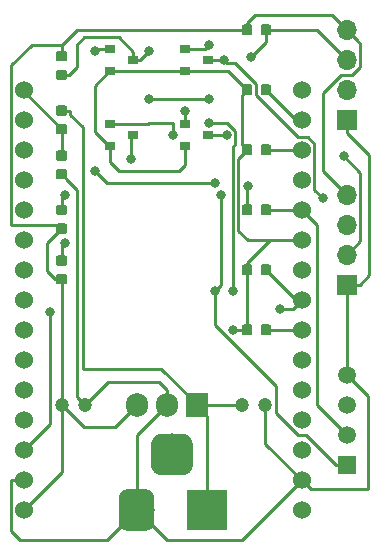
<source format=gbr>
G04 #@! TF.GenerationSoftware,KiCad,Pcbnew,5.1.3-ffb9f22~84~ubuntu16.04.1*
G04 #@! TF.CreationDate,2019-07-29T14:43:33+10:00*
G04 #@! TF.ProjectId,tankmon-pcb,74616e6b-6d6f-46e2-9d70-63622e6b6963,1a*
G04 #@! TF.SameCoordinates,Original*
G04 #@! TF.FileFunction,Copper,L2,Bot*
G04 #@! TF.FilePolarity,Positive*
%FSLAX46Y46*%
G04 Gerber Fmt 4.6, Leading zero omitted, Abs format (unit mm)*
G04 Created by KiCad (PCBNEW 5.1.3-ffb9f22~84~ubuntu16.04.1) date 2019-07-29 14:43:33*
%MOMM*%
%LPD*%
G04 APERTURE LIST*
%ADD10C,1.524000*%
%ADD11O,1.905000X2.000000*%
%ADD12R,1.905000X2.000000*%
%ADD13C,1.500000*%
%ADD14R,1.500000X1.500000*%
%ADD15C,0.100000*%
%ADD16C,0.875000*%
%ADD17R,0.900000X0.800000*%
%ADD18O,1.700000X1.700000*%
%ADD19R,1.700000X1.700000*%
%ADD20C,3.500000*%
%ADD21C,3.000000*%
%ADD22R,3.500000X3.500000*%
%ADD23C,1.200000*%
%ADD24C,0.800000*%
%ADD25C,0.250000*%
G04 APERTURE END LIST*
D10*
X132969000Y-84074000D03*
X132969000Y-86614000D03*
X132969000Y-89154000D03*
X132969000Y-91694000D03*
X132969000Y-94234000D03*
X132969000Y-96774000D03*
X132969000Y-99314000D03*
X132969000Y-101854000D03*
X132969000Y-104394000D03*
X132969000Y-106934000D03*
X132969000Y-109474000D03*
X132969000Y-112014000D03*
X132969000Y-114554000D03*
X132969000Y-117094000D03*
X132969000Y-119634000D03*
X156464000Y-119634000D03*
X156464000Y-117094000D03*
X156464000Y-114554000D03*
X156464000Y-112014000D03*
X156464000Y-109474000D03*
X156464000Y-106934000D03*
X156464000Y-104394000D03*
X156464000Y-101854000D03*
X156464000Y-99314000D03*
X156464000Y-96774000D03*
X156464000Y-94234000D03*
X156464000Y-91694000D03*
X156464000Y-89154000D03*
X156464000Y-86614000D03*
X156464000Y-84074000D03*
D11*
X142494000Y-110744000D03*
X145034000Y-110744000D03*
D12*
X147574000Y-110744000D03*
D13*
X160274000Y-108204000D03*
X160274000Y-110744000D03*
X160274000Y-113284000D03*
D14*
X160274000Y-115824000D03*
D15*
G36*
X152106691Y-98840053D02*
G01*
X152127926Y-98843203D01*
X152148750Y-98848419D01*
X152168962Y-98855651D01*
X152188368Y-98864830D01*
X152206781Y-98875866D01*
X152224024Y-98888654D01*
X152239930Y-98903070D01*
X152254346Y-98918976D01*
X152267134Y-98936219D01*
X152278170Y-98954632D01*
X152287349Y-98974038D01*
X152294581Y-98994250D01*
X152299797Y-99015074D01*
X152302947Y-99036309D01*
X152304000Y-99057750D01*
X152304000Y-99570250D01*
X152302947Y-99591691D01*
X152299797Y-99612926D01*
X152294581Y-99633750D01*
X152287349Y-99653962D01*
X152278170Y-99673368D01*
X152267134Y-99691781D01*
X152254346Y-99709024D01*
X152239930Y-99724930D01*
X152224024Y-99739346D01*
X152206781Y-99752134D01*
X152188368Y-99763170D01*
X152168962Y-99772349D01*
X152148750Y-99779581D01*
X152127926Y-99784797D01*
X152106691Y-99787947D01*
X152085250Y-99789000D01*
X151647750Y-99789000D01*
X151626309Y-99787947D01*
X151605074Y-99784797D01*
X151584250Y-99779581D01*
X151564038Y-99772349D01*
X151544632Y-99763170D01*
X151526219Y-99752134D01*
X151508976Y-99739346D01*
X151493070Y-99724930D01*
X151478654Y-99709024D01*
X151465866Y-99691781D01*
X151454830Y-99673368D01*
X151445651Y-99653962D01*
X151438419Y-99633750D01*
X151433203Y-99612926D01*
X151430053Y-99591691D01*
X151429000Y-99570250D01*
X151429000Y-99057750D01*
X151430053Y-99036309D01*
X151433203Y-99015074D01*
X151438419Y-98994250D01*
X151445651Y-98974038D01*
X151454830Y-98954632D01*
X151465866Y-98936219D01*
X151478654Y-98918976D01*
X151493070Y-98903070D01*
X151508976Y-98888654D01*
X151526219Y-98875866D01*
X151544632Y-98864830D01*
X151564038Y-98855651D01*
X151584250Y-98848419D01*
X151605074Y-98843203D01*
X151626309Y-98840053D01*
X151647750Y-98839000D01*
X152085250Y-98839000D01*
X152106691Y-98840053D01*
X152106691Y-98840053D01*
G37*
D16*
X151866500Y-99314000D03*
D15*
G36*
X153681691Y-98840053D02*
G01*
X153702926Y-98843203D01*
X153723750Y-98848419D01*
X153743962Y-98855651D01*
X153763368Y-98864830D01*
X153781781Y-98875866D01*
X153799024Y-98888654D01*
X153814930Y-98903070D01*
X153829346Y-98918976D01*
X153842134Y-98936219D01*
X153853170Y-98954632D01*
X153862349Y-98974038D01*
X153869581Y-98994250D01*
X153874797Y-99015074D01*
X153877947Y-99036309D01*
X153879000Y-99057750D01*
X153879000Y-99570250D01*
X153877947Y-99591691D01*
X153874797Y-99612926D01*
X153869581Y-99633750D01*
X153862349Y-99653962D01*
X153853170Y-99673368D01*
X153842134Y-99691781D01*
X153829346Y-99709024D01*
X153814930Y-99724930D01*
X153799024Y-99739346D01*
X153781781Y-99752134D01*
X153763368Y-99763170D01*
X153743962Y-99772349D01*
X153723750Y-99779581D01*
X153702926Y-99784797D01*
X153681691Y-99787947D01*
X153660250Y-99789000D01*
X153222750Y-99789000D01*
X153201309Y-99787947D01*
X153180074Y-99784797D01*
X153159250Y-99779581D01*
X153139038Y-99772349D01*
X153119632Y-99763170D01*
X153101219Y-99752134D01*
X153083976Y-99739346D01*
X153068070Y-99724930D01*
X153053654Y-99709024D01*
X153040866Y-99691781D01*
X153029830Y-99673368D01*
X153020651Y-99653962D01*
X153013419Y-99633750D01*
X153008203Y-99612926D01*
X153005053Y-99591691D01*
X153004000Y-99570250D01*
X153004000Y-99057750D01*
X153005053Y-99036309D01*
X153008203Y-99015074D01*
X153013419Y-98994250D01*
X153020651Y-98974038D01*
X153029830Y-98954632D01*
X153040866Y-98936219D01*
X153053654Y-98918976D01*
X153068070Y-98903070D01*
X153083976Y-98888654D01*
X153101219Y-98875866D01*
X153119632Y-98864830D01*
X153139038Y-98855651D01*
X153159250Y-98848419D01*
X153180074Y-98843203D01*
X153201309Y-98840053D01*
X153222750Y-98839000D01*
X153660250Y-98839000D01*
X153681691Y-98840053D01*
X153681691Y-98840053D01*
G37*
D16*
X153441500Y-99314000D03*
D15*
G36*
X136421691Y-99665053D02*
G01*
X136442926Y-99668203D01*
X136463750Y-99673419D01*
X136483962Y-99680651D01*
X136503368Y-99689830D01*
X136521781Y-99700866D01*
X136539024Y-99713654D01*
X136554930Y-99728070D01*
X136569346Y-99743976D01*
X136582134Y-99761219D01*
X136593170Y-99779632D01*
X136602349Y-99799038D01*
X136609581Y-99819250D01*
X136614797Y-99840074D01*
X136617947Y-99861309D01*
X136619000Y-99882750D01*
X136619000Y-100320250D01*
X136617947Y-100341691D01*
X136614797Y-100362926D01*
X136609581Y-100383750D01*
X136602349Y-100403962D01*
X136593170Y-100423368D01*
X136582134Y-100441781D01*
X136569346Y-100459024D01*
X136554930Y-100474930D01*
X136539024Y-100489346D01*
X136521781Y-100502134D01*
X136503368Y-100513170D01*
X136483962Y-100522349D01*
X136463750Y-100529581D01*
X136442926Y-100534797D01*
X136421691Y-100537947D01*
X136400250Y-100539000D01*
X135887750Y-100539000D01*
X135866309Y-100537947D01*
X135845074Y-100534797D01*
X135824250Y-100529581D01*
X135804038Y-100522349D01*
X135784632Y-100513170D01*
X135766219Y-100502134D01*
X135748976Y-100489346D01*
X135733070Y-100474930D01*
X135718654Y-100459024D01*
X135705866Y-100441781D01*
X135694830Y-100423368D01*
X135685651Y-100403962D01*
X135678419Y-100383750D01*
X135673203Y-100362926D01*
X135670053Y-100341691D01*
X135669000Y-100320250D01*
X135669000Y-99882750D01*
X135670053Y-99861309D01*
X135673203Y-99840074D01*
X135678419Y-99819250D01*
X135685651Y-99799038D01*
X135694830Y-99779632D01*
X135705866Y-99761219D01*
X135718654Y-99743976D01*
X135733070Y-99728070D01*
X135748976Y-99713654D01*
X135766219Y-99700866D01*
X135784632Y-99689830D01*
X135804038Y-99680651D01*
X135824250Y-99673419D01*
X135845074Y-99668203D01*
X135866309Y-99665053D01*
X135887750Y-99664000D01*
X136400250Y-99664000D01*
X136421691Y-99665053D01*
X136421691Y-99665053D01*
G37*
D16*
X136144000Y-100101500D03*
D15*
G36*
X136421691Y-98090053D02*
G01*
X136442926Y-98093203D01*
X136463750Y-98098419D01*
X136483962Y-98105651D01*
X136503368Y-98114830D01*
X136521781Y-98125866D01*
X136539024Y-98138654D01*
X136554930Y-98153070D01*
X136569346Y-98168976D01*
X136582134Y-98186219D01*
X136593170Y-98204632D01*
X136602349Y-98224038D01*
X136609581Y-98244250D01*
X136614797Y-98265074D01*
X136617947Y-98286309D01*
X136619000Y-98307750D01*
X136619000Y-98745250D01*
X136617947Y-98766691D01*
X136614797Y-98787926D01*
X136609581Y-98808750D01*
X136602349Y-98828962D01*
X136593170Y-98848368D01*
X136582134Y-98866781D01*
X136569346Y-98884024D01*
X136554930Y-98899930D01*
X136539024Y-98914346D01*
X136521781Y-98927134D01*
X136503368Y-98938170D01*
X136483962Y-98947349D01*
X136463750Y-98954581D01*
X136442926Y-98959797D01*
X136421691Y-98962947D01*
X136400250Y-98964000D01*
X135887750Y-98964000D01*
X135866309Y-98962947D01*
X135845074Y-98959797D01*
X135824250Y-98954581D01*
X135804038Y-98947349D01*
X135784632Y-98938170D01*
X135766219Y-98927134D01*
X135748976Y-98914346D01*
X135733070Y-98899930D01*
X135718654Y-98884024D01*
X135705866Y-98866781D01*
X135694830Y-98848368D01*
X135685651Y-98828962D01*
X135678419Y-98808750D01*
X135673203Y-98787926D01*
X135670053Y-98766691D01*
X135669000Y-98745250D01*
X135669000Y-98307750D01*
X135670053Y-98286309D01*
X135673203Y-98265074D01*
X135678419Y-98244250D01*
X135685651Y-98224038D01*
X135694830Y-98204632D01*
X135705866Y-98186219D01*
X135718654Y-98168976D01*
X135733070Y-98153070D01*
X135748976Y-98138654D01*
X135766219Y-98125866D01*
X135784632Y-98114830D01*
X135804038Y-98105651D01*
X135824250Y-98098419D01*
X135845074Y-98093203D01*
X135866309Y-98090053D01*
X135887750Y-98089000D01*
X136400250Y-98089000D01*
X136421691Y-98090053D01*
X136421691Y-98090053D01*
G37*
D16*
X136144000Y-98526500D03*
D15*
G36*
X152106691Y-103920053D02*
G01*
X152127926Y-103923203D01*
X152148750Y-103928419D01*
X152168962Y-103935651D01*
X152188368Y-103944830D01*
X152206781Y-103955866D01*
X152224024Y-103968654D01*
X152239930Y-103983070D01*
X152254346Y-103998976D01*
X152267134Y-104016219D01*
X152278170Y-104034632D01*
X152287349Y-104054038D01*
X152294581Y-104074250D01*
X152299797Y-104095074D01*
X152302947Y-104116309D01*
X152304000Y-104137750D01*
X152304000Y-104650250D01*
X152302947Y-104671691D01*
X152299797Y-104692926D01*
X152294581Y-104713750D01*
X152287349Y-104733962D01*
X152278170Y-104753368D01*
X152267134Y-104771781D01*
X152254346Y-104789024D01*
X152239930Y-104804930D01*
X152224024Y-104819346D01*
X152206781Y-104832134D01*
X152188368Y-104843170D01*
X152168962Y-104852349D01*
X152148750Y-104859581D01*
X152127926Y-104864797D01*
X152106691Y-104867947D01*
X152085250Y-104869000D01*
X151647750Y-104869000D01*
X151626309Y-104867947D01*
X151605074Y-104864797D01*
X151584250Y-104859581D01*
X151564038Y-104852349D01*
X151544632Y-104843170D01*
X151526219Y-104832134D01*
X151508976Y-104819346D01*
X151493070Y-104804930D01*
X151478654Y-104789024D01*
X151465866Y-104771781D01*
X151454830Y-104753368D01*
X151445651Y-104733962D01*
X151438419Y-104713750D01*
X151433203Y-104692926D01*
X151430053Y-104671691D01*
X151429000Y-104650250D01*
X151429000Y-104137750D01*
X151430053Y-104116309D01*
X151433203Y-104095074D01*
X151438419Y-104074250D01*
X151445651Y-104054038D01*
X151454830Y-104034632D01*
X151465866Y-104016219D01*
X151478654Y-103998976D01*
X151493070Y-103983070D01*
X151508976Y-103968654D01*
X151526219Y-103955866D01*
X151544632Y-103944830D01*
X151564038Y-103935651D01*
X151584250Y-103928419D01*
X151605074Y-103923203D01*
X151626309Y-103920053D01*
X151647750Y-103919000D01*
X152085250Y-103919000D01*
X152106691Y-103920053D01*
X152106691Y-103920053D01*
G37*
D16*
X151866500Y-104394000D03*
D15*
G36*
X153681691Y-103920053D02*
G01*
X153702926Y-103923203D01*
X153723750Y-103928419D01*
X153743962Y-103935651D01*
X153763368Y-103944830D01*
X153781781Y-103955866D01*
X153799024Y-103968654D01*
X153814930Y-103983070D01*
X153829346Y-103998976D01*
X153842134Y-104016219D01*
X153853170Y-104034632D01*
X153862349Y-104054038D01*
X153869581Y-104074250D01*
X153874797Y-104095074D01*
X153877947Y-104116309D01*
X153879000Y-104137750D01*
X153879000Y-104650250D01*
X153877947Y-104671691D01*
X153874797Y-104692926D01*
X153869581Y-104713750D01*
X153862349Y-104733962D01*
X153853170Y-104753368D01*
X153842134Y-104771781D01*
X153829346Y-104789024D01*
X153814930Y-104804930D01*
X153799024Y-104819346D01*
X153781781Y-104832134D01*
X153763368Y-104843170D01*
X153743962Y-104852349D01*
X153723750Y-104859581D01*
X153702926Y-104864797D01*
X153681691Y-104867947D01*
X153660250Y-104869000D01*
X153222750Y-104869000D01*
X153201309Y-104867947D01*
X153180074Y-104864797D01*
X153159250Y-104859581D01*
X153139038Y-104852349D01*
X153119632Y-104843170D01*
X153101219Y-104832134D01*
X153083976Y-104819346D01*
X153068070Y-104804930D01*
X153053654Y-104789024D01*
X153040866Y-104771781D01*
X153029830Y-104753368D01*
X153020651Y-104733962D01*
X153013419Y-104713750D01*
X153008203Y-104692926D01*
X153005053Y-104671691D01*
X153004000Y-104650250D01*
X153004000Y-104137750D01*
X153005053Y-104116309D01*
X153008203Y-104095074D01*
X153013419Y-104074250D01*
X153020651Y-104054038D01*
X153029830Y-104034632D01*
X153040866Y-104016219D01*
X153053654Y-103998976D01*
X153068070Y-103983070D01*
X153083976Y-103968654D01*
X153101219Y-103955866D01*
X153119632Y-103944830D01*
X153139038Y-103935651D01*
X153159250Y-103928419D01*
X153180074Y-103923203D01*
X153201309Y-103920053D01*
X153222750Y-103919000D01*
X153660250Y-103919000D01*
X153681691Y-103920053D01*
X153681691Y-103920053D01*
G37*
D16*
X153441500Y-104394000D03*
D15*
G36*
X136421691Y-80792553D02*
G01*
X136442926Y-80795703D01*
X136463750Y-80800919D01*
X136483962Y-80808151D01*
X136503368Y-80817330D01*
X136521781Y-80828366D01*
X136539024Y-80841154D01*
X136554930Y-80855570D01*
X136569346Y-80871476D01*
X136582134Y-80888719D01*
X136593170Y-80907132D01*
X136602349Y-80926538D01*
X136609581Y-80946750D01*
X136614797Y-80967574D01*
X136617947Y-80988809D01*
X136619000Y-81010250D01*
X136619000Y-81447750D01*
X136617947Y-81469191D01*
X136614797Y-81490426D01*
X136609581Y-81511250D01*
X136602349Y-81531462D01*
X136593170Y-81550868D01*
X136582134Y-81569281D01*
X136569346Y-81586524D01*
X136554930Y-81602430D01*
X136539024Y-81616846D01*
X136521781Y-81629634D01*
X136503368Y-81640670D01*
X136483962Y-81649849D01*
X136463750Y-81657081D01*
X136442926Y-81662297D01*
X136421691Y-81665447D01*
X136400250Y-81666500D01*
X135887750Y-81666500D01*
X135866309Y-81665447D01*
X135845074Y-81662297D01*
X135824250Y-81657081D01*
X135804038Y-81649849D01*
X135784632Y-81640670D01*
X135766219Y-81629634D01*
X135748976Y-81616846D01*
X135733070Y-81602430D01*
X135718654Y-81586524D01*
X135705866Y-81569281D01*
X135694830Y-81550868D01*
X135685651Y-81531462D01*
X135678419Y-81511250D01*
X135673203Y-81490426D01*
X135670053Y-81469191D01*
X135669000Y-81447750D01*
X135669000Y-81010250D01*
X135670053Y-80988809D01*
X135673203Y-80967574D01*
X135678419Y-80946750D01*
X135685651Y-80926538D01*
X135694830Y-80907132D01*
X135705866Y-80888719D01*
X135718654Y-80871476D01*
X135733070Y-80855570D01*
X135748976Y-80841154D01*
X135766219Y-80828366D01*
X135784632Y-80817330D01*
X135804038Y-80808151D01*
X135824250Y-80800919D01*
X135845074Y-80795703D01*
X135866309Y-80792553D01*
X135887750Y-80791500D01*
X136400250Y-80791500D01*
X136421691Y-80792553D01*
X136421691Y-80792553D01*
G37*
D16*
X136144000Y-81229000D03*
D15*
G36*
X136421691Y-82367553D02*
G01*
X136442926Y-82370703D01*
X136463750Y-82375919D01*
X136483962Y-82383151D01*
X136503368Y-82392330D01*
X136521781Y-82403366D01*
X136539024Y-82416154D01*
X136554930Y-82430570D01*
X136569346Y-82446476D01*
X136582134Y-82463719D01*
X136593170Y-82482132D01*
X136602349Y-82501538D01*
X136609581Y-82521750D01*
X136614797Y-82542574D01*
X136617947Y-82563809D01*
X136619000Y-82585250D01*
X136619000Y-83022750D01*
X136617947Y-83044191D01*
X136614797Y-83065426D01*
X136609581Y-83086250D01*
X136602349Y-83106462D01*
X136593170Y-83125868D01*
X136582134Y-83144281D01*
X136569346Y-83161524D01*
X136554930Y-83177430D01*
X136539024Y-83191846D01*
X136521781Y-83204634D01*
X136503368Y-83215670D01*
X136483962Y-83224849D01*
X136463750Y-83232081D01*
X136442926Y-83237297D01*
X136421691Y-83240447D01*
X136400250Y-83241500D01*
X135887750Y-83241500D01*
X135866309Y-83240447D01*
X135845074Y-83237297D01*
X135824250Y-83232081D01*
X135804038Y-83224849D01*
X135784632Y-83215670D01*
X135766219Y-83204634D01*
X135748976Y-83191846D01*
X135733070Y-83177430D01*
X135718654Y-83161524D01*
X135705866Y-83144281D01*
X135694830Y-83125868D01*
X135685651Y-83106462D01*
X135678419Y-83086250D01*
X135673203Y-83065426D01*
X135670053Y-83044191D01*
X135669000Y-83022750D01*
X135669000Y-82585250D01*
X135670053Y-82563809D01*
X135673203Y-82542574D01*
X135678419Y-82521750D01*
X135685651Y-82501538D01*
X135694830Y-82482132D01*
X135705866Y-82463719D01*
X135718654Y-82446476D01*
X135733070Y-82430570D01*
X135748976Y-82416154D01*
X135766219Y-82403366D01*
X135784632Y-82392330D01*
X135804038Y-82383151D01*
X135824250Y-82375919D01*
X135845074Y-82370703D01*
X135866309Y-82367553D01*
X135887750Y-82366500D01*
X136400250Y-82366500D01*
X136421691Y-82367553D01*
X136421691Y-82367553D01*
G37*
D16*
X136144000Y-82804000D03*
D15*
G36*
X152106691Y-88680053D02*
G01*
X152127926Y-88683203D01*
X152148750Y-88688419D01*
X152168962Y-88695651D01*
X152188368Y-88704830D01*
X152206781Y-88715866D01*
X152224024Y-88728654D01*
X152239930Y-88743070D01*
X152254346Y-88758976D01*
X152267134Y-88776219D01*
X152278170Y-88794632D01*
X152287349Y-88814038D01*
X152294581Y-88834250D01*
X152299797Y-88855074D01*
X152302947Y-88876309D01*
X152304000Y-88897750D01*
X152304000Y-89410250D01*
X152302947Y-89431691D01*
X152299797Y-89452926D01*
X152294581Y-89473750D01*
X152287349Y-89493962D01*
X152278170Y-89513368D01*
X152267134Y-89531781D01*
X152254346Y-89549024D01*
X152239930Y-89564930D01*
X152224024Y-89579346D01*
X152206781Y-89592134D01*
X152188368Y-89603170D01*
X152168962Y-89612349D01*
X152148750Y-89619581D01*
X152127926Y-89624797D01*
X152106691Y-89627947D01*
X152085250Y-89629000D01*
X151647750Y-89629000D01*
X151626309Y-89627947D01*
X151605074Y-89624797D01*
X151584250Y-89619581D01*
X151564038Y-89612349D01*
X151544632Y-89603170D01*
X151526219Y-89592134D01*
X151508976Y-89579346D01*
X151493070Y-89564930D01*
X151478654Y-89549024D01*
X151465866Y-89531781D01*
X151454830Y-89513368D01*
X151445651Y-89493962D01*
X151438419Y-89473750D01*
X151433203Y-89452926D01*
X151430053Y-89431691D01*
X151429000Y-89410250D01*
X151429000Y-88897750D01*
X151430053Y-88876309D01*
X151433203Y-88855074D01*
X151438419Y-88834250D01*
X151445651Y-88814038D01*
X151454830Y-88794632D01*
X151465866Y-88776219D01*
X151478654Y-88758976D01*
X151493070Y-88743070D01*
X151508976Y-88728654D01*
X151526219Y-88715866D01*
X151544632Y-88704830D01*
X151564038Y-88695651D01*
X151584250Y-88688419D01*
X151605074Y-88683203D01*
X151626309Y-88680053D01*
X151647750Y-88679000D01*
X152085250Y-88679000D01*
X152106691Y-88680053D01*
X152106691Y-88680053D01*
G37*
D16*
X151866500Y-89154000D03*
D15*
G36*
X153681691Y-88680053D02*
G01*
X153702926Y-88683203D01*
X153723750Y-88688419D01*
X153743962Y-88695651D01*
X153763368Y-88704830D01*
X153781781Y-88715866D01*
X153799024Y-88728654D01*
X153814930Y-88743070D01*
X153829346Y-88758976D01*
X153842134Y-88776219D01*
X153853170Y-88794632D01*
X153862349Y-88814038D01*
X153869581Y-88834250D01*
X153874797Y-88855074D01*
X153877947Y-88876309D01*
X153879000Y-88897750D01*
X153879000Y-89410250D01*
X153877947Y-89431691D01*
X153874797Y-89452926D01*
X153869581Y-89473750D01*
X153862349Y-89493962D01*
X153853170Y-89513368D01*
X153842134Y-89531781D01*
X153829346Y-89549024D01*
X153814930Y-89564930D01*
X153799024Y-89579346D01*
X153781781Y-89592134D01*
X153763368Y-89603170D01*
X153743962Y-89612349D01*
X153723750Y-89619581D01*
X153702926Y-89624797D01*
X153681691Y-89627947D01*
X153660250Y-89629000D01*
X153222750Y-89629000D01*
X153201309Y-89627947D01*
X153180074Y-89624797D01*
X153159250Y-89619581D01*
X153139038Y-89612349D01*
X153119632Y-89603170D01*
X153101219Y-89592134D01*
X153083976Y-89579346D01*
X153068070Y-89564930D01*
X153053654Y-89549024D01*
X153040866Y-89531781D01*
X153029830Y-89513368D01*
X153020651Y-89493962D01*
X153013419Y-89473750D01*
X153008203Y-89452926D01*
X153005053Y-89431691D01*
X153004000Y-89410250D01*
X153004000Y-88897750D01*
X153005053Y-88876309D01*
X153008203Y-88855074D01*
X153013419Y-88834250D01*
X153020651Y-88814038D01*
X153029830Y-88794632D01*
X153040866Y-88776219D01*
X153053654Y-88758976D01*
X153068070Y-88743070D01*
X153083976Y-88728654D01*
X153101219Y-88715866D01*
X153119632Y-88704830D01*
X153139038Y-88695651D01*
X153159250Y-88688419D01*
X153180074Y-88683203D01*
X153201309Y-88680053D01*
X153222750Y-88679000D01*
X153660250Y-88679000D01*
X153681691Y-88680053D01*
X153681691Y-88680053D01*
G37*
D16*
X153441500Y-89154000D03*
D15*
G36*
X136421691Y-95372553D02*
G01*
X136442926Y-95375703D01*
X136463750Y-95380919D01*
X136483962Y-95388151D01*
X136503368Y-95397330D01*
X136521781Y-95408366D01*
X136539024Y-95421154D01*
X136554930Y-95435570D01*
X136569346Y-95451476D01*
X136582134Y-95468719D01*
X136593170Y-95487132D01*
X136602349Y-95506538D01*
X136609581Y-95526750D01*
X136614797Y-95547574D01*
X136617947Y-95568809D01*
X136619000Y-95590250D01*
X136619000Y-96027750D01*
X136617947Y-96049191D01*
X136614797Y-96070426D01*
X136609581Y-96091250D01*
X136602349Y-96111462D01*
X136593170Y-96130868D01*
X136582134Y-96149281D01*
X136569346Y-96166524D01*
X136554930Y-96182430D01*
X136539024Y-96196846D01*
X136521781Y-96209634D01*
X136503368Y-96220670D01*
X136483962Y-96229849D01*
X136463750Y-96237081D01*
X136442926Y-96242297D01*
X136421691Y-96245447D01*
X136400250Y-96246500D01*
X135887750Y-96246500D01*
X135866309Y-96245447D01*
X135845074Y-96242297D01*
X135824250Y-96237081D01*
X135804038Y-96229849D01*
X135784632Y-96220670D01*
X135766219Y-96209634D01*
X135748976Y-96196846D01*
X135733070Y-96182430D01*
X135718654Y-96166524D01*
X135705866Y-96149281D01*
X135694830Y-96130868D01*
X135685651Y-96111462D01*
X135678419Y-96091250D01*
X135673203Y-96070426D01*
X135670053Y-96049191D01*
X135669000Y-96027750D01*
X135669000Y-95590250D01*
X135670053Y-95568809D01*
X135673203Y-95547574D01*
X135678419Y-95526750D01*
X135685651Y-95506538D01*
X135694830Y-95487132D01*
X135705866Y-95468719D01*
X135718654Y-95451476D01*
X135733070Y-95435570D01*
X135748976Y-95421154D01*
X135766219Y-95408366D01*
X135784632Y-95397330D01*
X135804038Y-95388151D01*
X135824250Y-95380919D01*
X135845074Y-95375703D01*
X135866309Y-95372553D01*
X135887750Y-95371500D01*
X136400250Y-95371500D01*
X136421691Y-95372553D01*
X136421691Y-95372553D01*
G37*
D16*
X136144000Y-95809000D03*
D15*
G36*
X136421691Y-93797553D02*
G01*
X136442926Y-93800703D01*
X136463750Y-93805919D01*
X136483962Y-93813151D01*
X136503368Y-93822330D01*
X136521781Y-93833366D01*
X136539024Y-93846154D01*
X136554930Y-93860570D01*
X136569346Y-93876476D01*
X136582134Y-93893719D01*
X136593170Y-93912132D01*
X136602349Y-93931538D01*
X136609581Y-93951750D01*
X136614797Y-93972574D01*
X136617947Y-93993809D01*
X136619000Y-94015250D01*
X136619000Y-94452750D01*
X136617947Y-94474191D01*
X136614797Y-94495426D01*
X136609581Y-94516250D01*
X136602349Y-94536462D01*
X136593170Y-94555868D01*
X136582134Y-94574281D01*
X136569346Y-94591524D01*
X136554930Y-94607430D01*
X136539024Y-94621846D01*
X136521781Y-94634634D01*
X136503368Y-94645670D01*
X136483962Y-94654849D01*
X136463750Y-94662081D01*
X136442926Y-94667297D01*
X136421691Y-94670447D01*
X136400250Y-94671500D01*
X135887750Y-94671500D01*
X135866309Y-94670447D01*
X135845074Y-94667297D01*
X135824250Y-94662081D01*
X135804038Y-94654849D01*
X135784632Y-94645670D01*
X135766219Y-94634634D01*
X135748976Y-94621846D01*
X135733070Y-94607430D01*
X135718654Y-94591524D01*
X135705866Y-94574281D01*
X135694830Y-94555868D01*
X135685651Y-94536462D01*
X135678419Y-94516250D01*
X135673203Y-94495426D01*
X135670053Y-94474191D01*
X135669000Y-94452750D01*
X135669000Y-94015250D01*
X135670053Y-93993809D01*
X135673203Y-93972574D01*
X135678419Y-93951750D01*
X135685651Y-93931538D01*
X135694830Y-93912132D01*
X135705866Y-93893719D01*
X135718654Y-93876476D01*
X135733070Y-93860570D01*
X135748976Y-93846154D01*
X135766219Y-93833366D01*
X135784632Y-93822330D01*
X135804038Y-93813151D01*
X135824250Y-93805919D01*
X135845074Y-93800703D01*
X135866309Y-93797553D01*
X135887750Y-93796500D01*
X136400250Y-93796500D01*
X136421691Y-93797553D01*
X136421691Y-93797553D01*
G37*
D16*
X136144000Y-94234000D03*
D15*
G36*
X152106691Y-83600053D02*
G01*
X152127926Y-83603203D01*
X152148750Y-83608419D01*
X152168962Y-83615651D01*
X152188368Y-83624830D01*
X152206781Y-83635866D01*
X152224024Y-83648654D01*
X152239930Y-83663070D01*
X152254346Y-83678976D01*
X152267134Y-83696219D01*
X152278170Y-83714632D01*
X152287349Y-83734038D01*
X152294581Y-83754250D01*
X152299797Y-83775074D01*
X152302947Y-83796309D01*
X152304000Y-83817750D01*
X152304000Y-84330250D01*
X152302947Y-84351691D01*
X152299797Y-84372926D01*
X152294581Y-84393750D01*
X152287349Y-84413962D01*
X152278170Y-84433368D01*
X152267134Y-84451781D01*
X152254346Y-84469024D01*
X152239930Y-84484930D01*
X152224024Y-84499346D01*
X152206781Y-84512134D01*
X152188368Y-84523170D01*
X152168962Y-84532349D01*
X152148750Y-84539581D01*
X152127926Y-84544797D01*
X152106691Y-84547947D01*
X152085250Y-84549000D01*
X151647750Y-84549000D01*
X151626309Y-84547947D01*
X151605074Y-84544797D01*
X151584250Y-84539581D01*
X151564038Y-84532349D01*
X151544632Y-84523170D01*
X151526219Y-84512134D01*
X151508976Y-84499346D01*
X151493070Y-84484930D01*
X151478654Y-84469024D01*
X151465866Y-84451781D01*
X151454830Y-84433368D01*
X151445651Y-84413962D01*
X151438419Y-84393750D01*
X151433203Y-84372926D01*
X151430053Y-84351691D01*
X151429000Y-84330250D01*
X151429000Y-83817750D01*
X151430053Y-83796309D01*
X151433203Y-83775074D01*
X151438419Y-83754250D01*
X151445651Y-83734038D01*
X151454830Y-83714632D01*
X151465866Y-83696219D01*
X151478654Y-83678976D01*
X151493070Y-83663070D01*
X151508976Y-83648654D01*
X151526219Y-83635866D01*
X151544632Y-83624830D01*
X151564038Y-83615651D01*
X151584250Y-83608419D01*
X151605074Y-83603203D01*
X151626309Y-83600053D01*
X151647750Y-83599000D01*
X152085250Y-83599000D01*
X152106691Y-83600053D01*
X152106691Y-83600053D01*
G37*
D16*
X151866500Y-84074000D03*
D15*
G36*
X153681691Y-83600053D02*
G01*
X153702926Y-83603203D01*
X153723750Y-83608419D01*
X153743962Y-83615651D01*
X153763368Y-83624830D01*
X153781781Y-83635866D01*
X153799024Y-83648654D01*
X153814930Y-83663070D01*
X153829346Y-83678976D01*
X153842134Y-83696219D01*
X153853170Y-83714632D01*
X153862349Y-83734038D01*
X153869581Y-83754250D01*
X153874797Y-83775074D01*
X153877947Y-83796309D01*
X153879000Y-83817750D01*
X153879000Y-84330250D01*
X153877947Y-84351691D01*
X153874797Y-84372926D01*
X153869581Y-84393750D01*
X153862349Y-84413962D01*
X153853170Y-84433368D01*
X153842134Y-84451781D01*
X153829346Y-84469024D01*
X153814930Y-84484930D01*
X153799024Y-84499346D01*
X153781781Y-84512134D01*
X153763368Y-84523170D01*
X153743962Y-84532349D01*
X153723750Y-84539581D01*
X153702926Y-84544797D01*
X153681691Y-84547947D01*
X153660250Y-84549000D01*
X153222750Y-84549000D01*
X153201309Y-84547947D01*
X153180074Y-84544797D01*
X153159250Y-84539581D01*
X153139038Y-84532349D01*
X153119632Y-84523170D01*
X153101219Y-84512134D01*
X153083976Y-84499346D01*
X153068070Y-84484930D01*
X153053654Y-84469024D01*
X153040866Y-84451781D01*
X153029830Y-84433368D01*
X153020651Y-84413962D01*
X153013419Y-84393750D01*
X153008203Y-84372926D01*
X153005053Y-84351691D01*
X153004000Y-84330250D01*
X153004000Y-83817750D01*
X153005053Y-83796309D01*
X153008203Y-83775074D01*
X153013419Y-83754250D01*
X153020651Y-83734038D01*
X153029830Y-83714632D01*
X153040866Y-83696219D01*
X153053654Y-83678976D01*
X153068070Y-83663070D01*
X153083976Y-83648654D01*
X153101219Y-83635866D01*
X153119632Y-83624830D01*
X153139038Y-83615651D01*
X153159250Y-83608419D01*
X153180074Y-83603203D01*
X153201309Y-83600053D01*
X153222750Y-83599000D01*
X153660250Y-83599000D01*
X153681691Y-83600053D01*
X153681691Y-83600053D01*
G37*
D16*
X153441500Y-84074000D03*
D15*
G36*
X152106691Y-78520053D02*
G01*
X152127926Y-78523203D01*
X152148750Y-78528419D01*
X152168962Y-78535651D01*
X152188368Y-78544830D01*
X152206781Y-78555866D01*
X152224024Y-78568654D01*
X152239930Y-78583070D01*
X152254346Y-78598976D01*
X152267134Y-78616219D01*
X152278170Y-78634632D01*
X152287349Y-78654038D01*
X152294581Y-78674250D01*
X152299797Y-78695074D01*
X152302947Y-78716309D01*
X152304000Y-78737750D01*
X152304000Y-79250250D01*
X152302947Y-79271691D01*
X152299797Y-79292926D01*
X152294581Y-79313750D01*
X152287349Y-79333962D01*
X152278170Y-79353368D01*
X152267134Y-79371781D01*
X152254346Y-79389024D01*
X152239930Y-79404930D01*
X152224024Y-79419346D01*
X152206781Y-79432134D01*
X152188368Y-79443170D01*
X152168962Y-79452349D01*
X152148750Y-79459581D01*
X152127926Y-79464797D01*
X152106691Y-79467947D01*
X152085250Y-79469000D01*
X151647750Y-79469000D01*
X151626309Y-79467947D01*
X151605074Y-79464797D01*
X151584250Y-79459581D01*
X151564038Y-79452349D01*
X151544632Y-79443170D01*
X151526219Y-79432134D01*
X151508976Y-79419346D01*
X151493070Y-79404930D01*
X151478654Y-79389024D01*
X151465866Y-79371781D01*
X151454830Y-79353368D01*
X151445651Y-79333962D01*
X151438419Y-79313750D01*
X151433203Y-79292926D01*
X151430053Y-79271691D01*
X151429000Y-79250250D01*
X151429000Y-78737750D01*
X151430053Y-78716309D01*
X151433203Y-78695074D01*
X151438419Y-78674250D01*
X151445651Y-78654038D01*
X151454830Y-78634632D01*
X151465866Y-78616219D01*
X151478654Y-78598976D01*
X151493070Y-78583070D01*
X151508976Y-78568654D01*
X151526219Y-78555866D01*
X151544632Y-78544830D01*
X151564038Y-78535651D01*
X151584250Y-78528419D01*
X151605074Y-78523203D01*
X151626309Y-78520053D01*
X151647750Y-78519000D01*
X152085250Y-78519000D01*
X152106691Y-78520053D01*
X152106691Y-78520053D01*
G37*
D16*
X151866500Y-78994000D03*
D15*
G36*
X153681691Y-78520053D02*
G01*
X153702926Y-78523203D01*
X153723750Y-78528419D01*
X153743962Y-78535651D01*
X153763368Y-78544830D01*
X153781781Y-78555866D01*
X153799024Y-78568654D01*
X153814930Y-78583070D01*
X153829346Y-78598976D01*
X153842134Y-78616219D01*
X153853170Y-78634632D01*
X153862349Y-78654038D01*
X153869581Y-78674250D01*
X153874797Y-78695074D01*
X153877947Y-78716309D01*
X153879000Y-78737750D01*
X153879000Y-79250250D01*
X153877947Y-79271691D01*
X153874797Y-79292926D01*
X153869581Y-79313750D01*
X153862349Y-79333962D01*
X153853170Y-79353368D01*
X153842134Y-79371781D01*
X153829346Y-79389024D01*
X153814930Y-79404930D01*
X153799024Y-79419346D01*
X153781781Y-79432134D01*
X153763368Y-79443170D01*
X153743962Y-79452349D01*
X153723750Y-79459581D01*
X153702926Y-79464797D01*
X153681691Y-79467947D01*
X153660250Y-79469000D01*
X153222750Y-79469000D01*
X153201309Y-79467947D01*
X153180074Y-79464797D01*
X153159250Y-79459581D01*
X153139038Y-79452349D01*
X153119632Y-79443170D01*
X153101219Y-79432134D01*
X153083976Y-79419346D01*
X153068070Y-79404930D01*
X153053654Y-79389024D01*
X153040866Y-79371781D01*
X153029830Y-79353368D01*
X153020651Y-79333962D01*
X153013419Y-79313750D01*
X153008203Y-79292926D01*
X153005053Y-79271691D01*
X153004000Y-79250250D01*
X153004000Y-78737750D01*
X153005053Y-78716309D01*
X153008203Y-78695074D01*
X153013419Y-78674250D01*
X153020651Y-78654038D01*
X153029830Y-78634632D01*
X153040866Y-78616219D01*
X153053654Y-78598976D01*
X153068070Y-78583070D01*
X153083976Y-78568654D01*
X153101219Y-78555866D01*
X153119632Y-78544830D01*
X153139038Y-78535651D01*
X153159250Y-78528419D01*
X153180074Y-78523203D01*
X153201309Y-78520053D01*
X153222750Y-78519000D01*
X153660250Y-78519000D01*
X153681691Y-78520053D01*
X153681691Y-78520053D01*
G37*
D16*
X153441500Y-78994000D03*
D15*
G36*
X153681691Y-93760053D02*
G01*
X153702926Y-93763203D01*
X153723750Y-93768419D01*
X153743962Y-93775651D01*
X153763368Y-93784830D01*
X153781781Y-93795866D01*
X153799024Y-93808654D01*
X153814930Y-93823070D01*
X153829346Y-93838976D01*
X153842134Y-93856219D01*
X153853170Y-93874632D01*
X153862349Y-93894038D01*
X153869581Y-93914250D01*
X153874797Y-93935074D01*
X153877947Y-93956309D01*
X153879000Y-93977750D01*
X153879000Y-94490250D01*
X153877947Y-94511691D01*
X153874797Y-94532926D01*
X153869581Y-94553750D01*
X153862349Y-94573962D01*
X153853170Y-94593368D01*
X153842134Y-94611781D01*
X153829346Y-94629024D01*
X153814930Y-94644930D01*
X153799024Y-94659346D01*
X153781781Y-94672134D01*
X153763368Y-94683170D01*
X153743962Y-94692349D01*
X153723750Y-94699581D01*
X153702926Y-94704797D01*
X153681691Y-94707947D01*
X153660250Y-94709000D01*
X153222750Y-94709000D01*
X153201309Y-94707947D01*
X153180074Y-94704797D01*
X153159250Y-94699581D01*
X153139038Y-94692349D01*
X153119632Y-94683170D01*
X153101219Y-94672134D01*
X153083976Y-94659346D01*
X153068070Y-94644930D01*
X153053654Y-94629024D01*
X153040866Y-94611781D01*
X153029830Y-94593368D01*
X153020651Y-94573962D01*
X153013419Y-94553750D01*
X153008203Y-94532926D01*
X153005053Y-94511691D01*
X153004000Y-94490250D01*
X153004000Y-93977750D01*
X153005053Y-93956309D01*
X153008203Y-93935074D01*
X153013419Y-93914250D01*
X153020651Y-93894038D01*
X153029830Y-93874632D01*
X153040866Y-93856219D01*
X153053654Y-93838976D01*
X153068070Y-93823070D01*
X153083976Y-93808654D01*
X153101219Y-93795866D01*
X153119632Y-93784830D01*
X153139038Y-93775651D01*
X153159250Y-93768419D01*
X153180074Y-93763203D01*
X153201309Y-93760053D01*
X153222750Y-93759000D01*
X153660250Y-93759000D01*
X153681691Y-93760053D01*
X153681691Y-93760053D01*
G37*
D16*
X153441500Y-94234000D03*
D15*
G36*
X152106691Y-93760053D02*
G01*
X152127926Y-93763203D01*
X152148750Y-93768419D01*
X152168962Y-93775651D01*
X152188368Y-93784830D01*
X152206781Y-93795866D01*
X152224024Y-93808654D01*
X152239930Y-93823070D01*
X152254346Y-93838976D01*
X152267134Y-93856219D01*
X152278170Y-93874632D01*
X152287349Y-93894038D01*
X152294581Y-93914250D01*
X152299797Y-93935074D01*
X152302947Y-93956309D01*
X152304000Y-93977750D01*
X152304000Y-94490250D01*
X152302947Y-94511691D01*
X152299797Y-94532926D01*
X152294581Y-94553750D01*
X152287349Y-94573962D01*
X152278170Y-94593368D01*
X152267134Y-94611781D01*
X152254346Y-94629024D01*
X152239930Y-94644930D01*
X152224024Y-94659346D01*
X152206781Y-94672134D01*
X152188368Y-94683170D01*
X152168962Y-94692349D01*
X152148750Y-94699581D01*
X152127926Y-94704797D01*
X152106691Y-94707947D01*
X152085250Y-94709000D01*
X151647750Y-94709000D01*
X151626309Y-94707947D01*
X151605074Y-94704797D01*
X151584250Y-94699581D01*
X151564038Y-94692349D01*
X151544632Y-94683170D01*
X151526219Y-94672134D01*
X151508976Y-94659346D01*
X151493070Y-94644930D01*
X151478654Y-94629024D01*
X151465866Y-94611781D01*
X151454830Y-94593368D01*
X151445651Y-94573962D01*
X151438419Y-94553750D01*
X151433203Y-94532926D01*
X151430053Y-94511691D01*
X151429000Y-94490250D01*
X151429000Y-93977750D01*
X151430053Y-93956309D01*
X151433203Y-93935074D01*
X151438419Y-93914250D01*
X151445651Y-93894038D01*
X151454830Y-93874632D01*
X151465866Y-93856219D01*
X151478654Y-93838976D01*
X151493070Y-93823070D01*
X151508976Y-93808654D01*
X151526219Y-93795866D01*
X151544632Y-93784830D01*
X151564038Y-93775651D01*
X151584250Y-93768419D01*
X151605074Y-93763203D01*
X151626309Y-93760053D01*
X151647750Y-93759000D01*
X152085250Y-93759000D01*
X152106691Y-93760053D01*
X152106691Y-93760053D01*
G37*
D16*
X151866500Y-94234000D03*
D15*
G36*
X136421691Y-90775053D02*
G01*
X136442926Y-90778203D01*
X136463750Y-90783419D01*
X136483962Y-90790651D01*
X136503368Y-90799830D01*
X136521781Y-90810866D01*
X136539024Y-90823654D01*
X136554930Y-90838070D01*
X136569346Y-90853976D01*
X136582134Y-90871219D01*
X136593170Y-90889632D01*
X136602349Y-90909038D01*
X136609581Y-90929250D01*
X136614797Y-90950074D01*
X136617947Y-90971309D01*
X136619000Y-90992750D01*
X136619000Y-91430250D01*
X136617947Y-91451691D01*
X136614797Y-91472926D01*
X136609581Y-91493750D01*
X136602349Y-91513962D01*
X136593170Y-91533368D01*
X136582134Y-91551781D01*
X136569346Y-91569024D01*
X136554930Y-91584930D01*
X136539024Y-91599346D01*
X136521781Y-91612134D01*
X136503368Y-91623170D01*
X136483962Y-91632349D01*
X136463750Y-91639581D01*
X136442926Y-91644797D01*
X136421691Y-91647947D01*
X136400250Y-91649000D01*
X135887750Y-91649000D01*
X135866309Y-91647947D01*
X135845074Y-91644797D01*
X135824250Y-91639581D01*
X135804038Y-91632349D01*
X135784632Y-91623170D01*
X135766219Y-91612134D01*
X135748976Y-91599346D01*
X135733070Y-91584930D01*
X135718654Y-91569024D01*
X135705866Y-91551781D01*
X135694830Y-91533368D01*
X135685651Y-91513962D01*
X135678419Y-91493750D01*
X135673203Y-91472926D01*
X135670053Y-91451691D01*
X135669000Y-91430250D01*
X135669000Y-90992750D01*
X135670053Y-90971309D01*
X135673203Y-90950074D01*
X135678419Y-90929250D01*
X135685651Y-90909038D01*
X135694830Y-90889632D01*
X135705866Y-90871219D01*
X135718654Y-90853976D01*
X135733070Y-90838070D01*
X135748976Y-90823654D01*
X135766219Y-90810866D01*
X135784632Y-90799830D01*
X135804038Y-90790651D01*
X135824250Y-90783419D01*
X135845074Y-90778203D01*
X135866309Y-90775053D01*
X135887750Y-90774000D01*
X136400250Y-90774000D01*
X136421691Y-90775053D01*
X136421691Y-90775053D01*
G37*
D16*
X136144000Y-91211500D03*
D15*
G36*
X136421691Y-89200053D02*
G01*
X136442926Y-89203203D01*
X136463750Y-89208419D01*
X136483962Y-89215651D01*
X136503368Y-89224830D01*
X136521781Y-89235866D01*
X136539024Y-89248654D01*
X136554930Y-89263070D01*
X136569346Y-89278976D01*
X136582134Y-89296219D01*
X136593170Y-89314632D01*
X136602349Y-89334038D01*
X136609581Y-89354250D01*
X136614797Y-89375074D01*
X136617947Y-89396309D01*
X136619000Y-89417750D01*
X136619000Y-89855250D01*
X136617947Y-89876691D01*
X136614797Y-89897926D01*
X136609581Y-89918750D01*
X136602349Y-89938962D01*
X136593170Y-89958368D01*
X136582134Y-89976781D01*
X136569346Y-89994024D01*
X136554930Y-90009930D01*
X136539024Y-90024346D01*
X136521781Y-90037134D01*
X136503368Y-90048170D01*
X136483962Y-90057349D01*
X136463750Y-90064581D01*
X136442926Y-90069797D01*
X136421691Y-90072947D01*
X136400250Y-90074000D01*
X135887750Y-90074000D01*
X135866309Y-90072947D01*
X135845074Y-90069797D01*
X135824250Y-90064581D01*
X135804038Y-90057349D01*
X135784632Y-90048170D01*
X135766219Y-90037134D01*
X135748976Y-90024346D01*
X135733070Y-90009930D01*
X135718654Y-89994024D01*
X135705866Y-89976781D01*
X135694830Y-89958368D01*
X135685651Y-89938962D01*
X135678419Y-89918750D01*
X135673203Y-89897926D01*
X135670053Y-89876691D01*
X135669000Y-89855250D01*
X135669000Y-89417750D01*
X135670053Y-89396309D01*
X135673203Y-89375074D01*
X135678419Y-89354250D01*
X135685651Y-89334038D01*
X135694830Y-89314632D01*
X135705866Y-89296219D01*
X135718654Y-89278976D01*
X135733070Y-89263070D01*
X135748976Y-89248654D01*
X135766219Y-89235866D01*
X135784632Y-89224830D01*
X135804038Y-89215651D01*
X135824250Y-89208419D01*
X135845074Y-89203203D01*
X135866309Y-89200053D01*
X135887750Y-89199000D01*
X136400250Y-89199000D01*
X136421691Y-89200053D01*
X136421691Y-89200053D01*
G37*
D16*
X136144000Y-89636500D03*
D15*
G36*
X136421691Y-86965053D02*
G01*
X136442926Y-86968203D01*
X136463750Y-86973419D01*
X136483962Y-86980651D01*
X136503368Y-86989830D01*
X136521781Y-87000866D01*
X136539024Y-87013654D01*
X136554930Y-87028070D01*
X136569346Y-87043976D01*
X136582134Y-87061219D01*
X136593170Y-87079632D01*
X136602349Y-87099038D01*
X136609581Y-87119250D01*
X136614797Y-87140074D01*
X136617947Y-87161309D01*
X136619000Y-87182750D01*
X136619000Y-87620250D01*
X136617947Y-87641691D01*
X136614797Y-87662926D01*
X136609581Y-87683750D01*
X136602349Y-87703962D01*
X136593170Y-87723368D01*
X136582134Y-87741781D01*
X136569346Y-87759024D01*
X136554930Y-87774930D01*
X136539024Y-87789346D01*
X136521781Y-87802134D01*
X136503368Y-87813170D01*
X136483962Y-87822349D01*
X136463750Y-87829581D01*
X136442926Y-87834797D01*
X136421691Y-87837947D01*
X136400250Y-87839000D01*
X135887750Y-87839000D01*
X135866309Y-87837947D01*
X135845074Y-87834797D01*
X135824250Y-87829581D01*
X135804038Y-87822349D01*
X135784632Y-87813170D01*
X135766219Y-87802134D01*
X135748976Y-87789346D01*
X135733070Y-87774930D01*
X135718654Y-87759024D01*
X135705866Y-87741781D01*
X135694830Y-87723368D01*
X135685651Y-87703962D01*
X135678419Y-87683750D01*
X135673203Y-87662926D01*
X135670053Y-87641691D01*
X135669000Y-87620250D01*
X135669000Y-87182750D01*
X135670053Y-87161309D01*
X135673203Y-87140074D01*
X135678419Y-87119250D01*
X135685651Y-87099038D01*
X135694830Y-87079632D01*
X135705866Y-87061219D01*
X135718654Y-87043976D01*
X135733070Y-87028070D01*
X135748976Y-87013654D01*
X135766219Y-87000866D01*
X135784632Y-86989830D01*
X135804038Y-86980651D01*
X135824250Y-86973419D01*
X135845074Y-86968203D01*
X135866309Y-86965053D01*
X135887750Y-86964000D01*
X136400250Y-86964000D01*
X136421691Y-86965053D01*
X136421691Y-86965053D01*
G37*
D16*
X136144000Y-87401500D03*
D15*
G36*
X136421691Y-85390053D02*
G01*
X136442926Y-85393203D01*
X136463750Y-85398419D01*
X136483962Y-85405651D01*
X136503368Y-85414830D01*
X136521781Y-85425866D01*
X136539024Y-85438654D01*
X136554930Y-85453070D01*
X136569346Y-85468976D01*
X136582134Y-85486219D01*
X136593170Y-85504632D01*
X136602349Y-85524038D01*
X136609581Y-85544250D01*
X136614797Y-85565074D01*
X136617947Y-85586309D01*
X136619000Y-85607750D01*
X136619000Y-86045250D01*
X136617947Y-86066691D01*
X136614797Y-86087926D01*
X136609581Y-86108750D01*
X136602349Y-86128962D01*
X136593170Y-86148368D01*
X136582134Y-86166781D01*
X136569346Y-86184024D01*
X136554930Y-86199930D01*
X136539024Y-86214346D01*
X136521781Y-86227134D01*
X136503368Y-86238170D01*
X136483962Y-86247349D01*
X136463750Y-86254581D01*
X136442926Y-86259797D01*
X136421691Y-86262947D01*
X136400250Y-86264000D01*
X135887750Y-86264000D01*
X135866309Y-86262947D01*
X135845074Y-86259797D01*
X135824250Y-86254581D01*
X135804038Y-86247349D01*
X135784632Y-86238170D01*
X135766219Y-86227134D01*
X135748976Y-86214346D01*
X135733070Y-86199930D01*
X135718654Y-86184024D01*
X135705866Y-86166781D01*
X135694830Y-86148368D01*
X135685651Y-86128962D01*
X135678419Y-86108750D01*
X135673203Y-86087926D01*
X135670053Y-86066691D01*
X135669000Y-86045250D01*
X135669000Y-85607750D01*
X135670053Y-85586309D01*
X135673203Y-85565074D01*
X135678419Y-85544250D01*
X135685651Y-85524038D01*
X135694830Y-85504632D01*
X135705866Y-85486219D01*
X135718654Y-85468976D01*
X135733070Y-85453070D01*
X135748976Y-85438654D01*
X135766219Y-85425866D01*
X135784632Y-85414830D01*
X135804038Y-85405651D01*
X135824250Y-85398419D01*
X135845074Y-85393203D01*
X135866309Y-85390053D01*
X135887750Y-85389000D01*
X136400250Y-85389000D01*
X136421691Y-85390053D01*
X136421691Y-85390053D01*
G37*
D16*
X136144000Y-85826500D03*
D17*
X148574000Y-81534000D03*
X146574000Y-80584000D03*
X146574000Y-82484000D03*
X142224000Y-81534000D03*
X140224000Y-80584000D03*
X140224000Y-82484000D03*
X142224000Y-87884000D03*
X140224000Y-86934000D03*
X140224000Y-88834000D03*
X148574000Y-87884000D03*
X146574000Y-86934000D03*
X146574000Y-88834000D03*
D18*
X160274000Y-92964000D03*
X160274000Y-95504000D03*
X160274000Y-98044000D03*
D19*
X160274000Y-100584000D03*
D18*
X160274000Y-78994000D03*
X160274000Y-81534000D03*
X160274000Y-84074000D03*
D19*
X160274000Y-86614000D03*
D15*
G36*
X146454765Y-113188213D02*
G01*
X146539704Y-113200813D01*
X146622999Y-113221677D01*
X146703848Y-113250605D01*
X146781472Y-113287319D01*
X146855124Y-113331464D01*
X146924094Y-113382616D01*
X146987718Y-113440282D01*
X147045384Y-113503906D01*
X147096536Y-113572876D01*
X147140681Y-113646528D01*
X147177395Y-113724152D01*
X147206323Y-113805001D01*
X147227187Y-113888296D01*
X147239787Y-113973235D01*
X147244000Y-114059000D01*
X147244000Y-115809000D01*
X147239787Y-115894765D01*
X147227187Y-115979704D01*
X147206323Y-116062999D01*
X147177395Y-116143848D01*
X147140681Y-116221472D01*
X147096536Y-116295124D01*
X147045384Y-116364094D01*
X146987718Y-116427718D01*
X146924094Y-116485384D01*
X146855124Y-116536536D01*
X146781472Y-116580681D01*
X146703848Y-116617395D01*
X146622999Y-116646323D01*
X146539704Y-116667187D01*
X146454765Y-116679787D01*
X146369000Y-116684000D01*
X144619000Y-116684000D01*
X144533235Y-116679787D01*
X144448296Y-116667187D01*
X144365001Y-116646323D01*
X144284152Y-116617395D01*
X144206528Y-116580681D01*
X144132876Y-116536536D01*
X144063906Y-116485384D01*
X144000282Y-116427718D01*
X143942616Y-116364094D01*
X143891464Y-116295124D01*
X143847319Y-116221472D01*
X143810605Y-116143848D01*
X143781677Y-116062999D01*
X143760813Y-115979704D01*
X143748213Y-115894765D01*
X143744000Y-115809000D01*
X143744000Y-114059000D01*
X143748213Y-113973235D01*
X143760813Y-113888296D01*
X143781677Y-113805001D01*
X143810605Y-113724152D01*
X143847319Y-113646528D01*
X143891464Y-113572876D01*
X143942616Y-113503906D01*
X144000282Y-113440282D01*
X144063906Y-113382616D01*
X144132876Y-113331464D01*
X144206528Y-113287319D01*
X144284152Y-113250605D01*
X144365001Y-113221677D01*
X144448296Y-113200813D01*
X144533235Y-113188213D01*
X144619000Y-113184000D01*
X146369000Y-113184000D01*
X146454765Y-113188213D01*
X146454765Y-113188213D01*
G37*
D20*
X145494000Y-114934000D03*
D15*
G36*
X143317513Y-117887611D02*
G01*
X143390318Y-117898411D01*
X143461714Y-117916295D01*
X143531013Y-117941090D01*
X143597548Y-117972559D01*
X143660678Y-118010398D01*
X143719795Y-118054242D01*
X143774330Y-118103670D01*
X143823758Y-118158205D01*
X143867602Y-118217322D01*
X143905441Y-118280452D01*
X143936910Y-118346987D01*
X143961705Y-118416286D01*
X143979589Y-118487682D01*
X143990389Y-118560487D01*
X143994000Y-118634000D01*
X143994000Y-120634000D01*
X143990389Y-120707513D01*
X143979589Y-120780318D01*
X143961705Y-120851714D01*
X143936910Y-120921013D01*
X143905441Y-120987548D01*
X143867602Y-121050678D01*
X143823758Y-121109795D01*
X143774330Y-121164330D01*
X143719795Y-121213758D01*
X143660678Y-121257602D01*
X143597548Y-121295441D01*
X143531013Y-121326910D01*
X143461714Y-121351705D01*
X143390318Y-121369589D01*
X143317513Y-121380389D01*
X143244000Y-121384000D01*
X141744000Y-121384000D01*
X141670487Y-121380389D01*
X141597682Y-121369589D01*
X141526286Y-121351705D01*
X141456987Y-121326910D01*
X141390452Y-121295441D01*
X141327322Y-121257602D01*
X141268205Y-121213758D01*
X141213670Y-121164330D01*
X141164242Y-121109795D01*
X141120398Y-121050678D01*
X141082559Y-120987548D01*
X141051090Y-120921013D01*
X141026295Y-120851714D01*
X141008411Y-120780318D01*
X140997611Y-120707513D01*
X140994000Y-120634000D01*
X140994000Y-118634000D01*
X140997611Y-118560487D01*
X141008411Y-118487682D01*
X141026295Y-118416286D01*
X141051090Y-118346987D01*
X141082559Y-118280452D01*
X141120398Y-118217322D01*
X141164242Y-118158205D01*
X141213670Y-118103670D01*
X141268205Y-118054242D01*
X141327322Y-118010398D01*
X141390452Y-117972559D01*
X141456987Y-117941090D01*
X141526286Y-117916295D01*
X141597682Y-117898411D01*
X141670487Y-117887611D01*
X141744000Y-117884000D01*
X143244000Y-117884000D01*
X143317513Y-117887611D01*
X143317513Y-117887611D01*
G37*
D21*
X142494000Y-119634000D03*
D22*
X148494000Y-119634000D03*
D23*
X138144000Y-110744000D03*
X136144000Y-110744000D03*
X153384000Y-110744000D03*
X151384000Y-110744000D03*
D24*
X152146000Y-81280000D03*
X150114000Y-87884000D03*
X136398000Y-92964000D03*
X141986000Y-89916000D03*
X149098000Y-91948000D03*
X138938000Y-90932000D03*
X143510000Y-80772000D03*
X136398000Y-97028000D03*
X143510000Y-84836000D03*
X148590000Y-84836000D03*
X149860000Y-81534000D03*
X160020000Y-89662000D03*
X158242000Y-93218000D03*
X146558000Y-85852000D03*
X150622000Y-104394000D03*
X145542000Y-87884000D03*
X138938000Y-80772000D03*
X148590000Y-80264000D03*
X148590000Y-86868000D03*
X150622000Y-101092000D03*
X154651999Y-102616000D03*
X151892000Y-92202000D03*
X149606000Y-92964000D03*
X149098000Y-101092000D03*
X135128000Y-102870000D03*
D25*
X153384000Y-114014000D02*
X153384000Y-110744000D01*
X156464000Y-117094000D02*
X153384000Y-114014000D01*
X132969000Y-117094000D02*
X131891370Y-117094000D01*
X139954000Y-122174000D02*
X142494000Y-119634000D01*
X157225999Y-117855999D02*
X162052001Y-117855999D01*
X156464000Y-117094000D02*
X157225999Y-117855999D01*
X162052001Y-109982001D02*
X160274000Y-108204000D01*
X162052001Y-117855999D02*
X162052001Y-109982001D01*
X160274000Y-108204000D02*
X160274000Y-100584000D01*
X161374000Y-100584000D02*
X162179000Y-99779000D01*
X160274000Y-100584000D02*
X161374000Y-100584000D01*
X160274000Y-87714000D02*
X160274000Y-86614000D01*
X162179000Y-89619000D02*
X160274000Y-87714000D01*
X162179000Y-99779000D02*
X162179000Y-89619000D01*
X131891370Y-117094000D02*
X131826000Y-117159370D01*
X132588000Y-122174000D02*
X131826000Y-121412000D01*
X132588000Y-122174000D02*
X139954000Y-122174000D01*
X131826000Y-121412000D02*
X131826000Y-117159370D01*
X151384000Y-122174000D02*
X156464000Y-117094000D01*
X151348000Y-122210000D02*
X151384000Y-122174000D01*
X145070000Y-122210000D02*
X151348000Y-122210000D01*
X142494000Y-119634000D02*
X145070000Y-122210000D01*
X148494000Y-111664000D02*
X147574000Y-110744000D01*
X148494000Y-119634000D02*
X148494000Y-111664000D01*
X151384000Y-110744000D02*
X147574000Y-110744000D01*
X136144000Y-85826500D02*
X136880500Y-85826500D01*
X136880500Y-86176910D02*
X137922000Y-87218410D01*
X136880500Y-85826500D02*
X136880500Y-86176910D01*
X137922000Y-87218410D02*
X137922000Y-107696000D01*
X144573500Y-107696000D02*
X147574000Y-110696500D01*
X147574000Y-110696500D02*
X147574000Y-110744000D01*
X137922000Y-107696000D02*
X144573500Y-107696000D01*
X145034000Y-109494000D02*
X144379000Y-108839000D01*
X145034000Y-110744000D02*
X145034000Y-109494000D01*
X140049000Y-108839000D02*
X138144000Y-110744000D01*
X144379000Y-108839000D02*
X140049000Y-108839000D01*
X143831500Y-111994000D02*
X145034000Y-110791500D01*
X145034000Y-110791500D02*
X145034000Y-110744000D01*
X143784000Y-111994000D02*
X143831500Y-111994000D01*
X142494000Y-113284000D02*
X143784000Y-111994000D01*
X142494000Y-119634000D02*
X142494000Y-113284000D01*
X137471990Y-92539490D02*
X136605612Y-91673112D01*
X137471990Y-110071990D02*
X137471990Y-92539490D01*
X136605612Y-91673112D02*
X136144000Y-91211500D01*
X138144000Y-110744000D02*
X137471990Y-110071990D01*
X136144000Y-81229000D02*
X136144000Y-80264000D01*
X137414000Y-78994000D02*
X151866500Y-78994000D01*
X136144000Y-80264000D02*
X137414000Y-78994000D01*
X151866500Y-78419000D02*
X152561500Y-77724000D01*
X151866500Y-78994000D02*
X151866500Y-78419000D01*
X152561500Y-77724000D02*
X159004000Y-77724000D01*
X159004000Y-77724000D02*
X160274000Y-78994000D01*
X136144000Y-116459000D02*
X136144000Y-110744000D01*
X132969000Y-119634000D02*
X136144000Y-116459000D01*
X142494000Y-110791500D02*
X140636500Y-112649000D01*
X142494000Y-110744000D02*
X142494000Y-110791500D01*
X138049000Y-112649000D02*
X136144000Y-110744000D01*
X140636500Y-112649000D02*
X138049000Y-112649000D01*
X136144000Y-110744000D02*
X136144000Y-100101500D01*
X135569000Y-100101500D02*
X134874000Y-99406500D01*
X136144000Y-100101500D02*
X135569000Y-100101500D01*
X134874000Y-97079000D02*
X136144000Y-95809000D01*
X134874000Y-99406500D02*
X134874000Y-97079000D01*
X131881999Y-81986001D02*
X133604000Y-80264000D01*
X136144000Y-95965612D02*
X135682388Y-95504000D01*
X135682388Y-95504000D02*
X131826000Y-95504000D01*
X133604000Y-80264000D02*
X136144000Y-80264000D01*
X131826000Y-95504000D02*
X131881999Y-95448001D01*
X131881999Y-95448001D02*
X131881999Y-81986001D01*
X160274000Y-92964000D02*
X158242000Y-90932000D01*
X158242000Y-84366998D02*
X159804998Y-82804000D01*
X158242000Y-90932000D02*
X158242000Y-84366998D01*
X161123999Y-79843999D02*
X160274000Y-78994000D01*
X161449001Y-80169001D02*
X161123999Y-79843999D01*
X161449001Y-82098001D02*
X161449001Y-80169001D01*
X160743002Y-82804000D02*
X161449001Y-82098001D01*
X159804998Y-82804000D02*
X160743002Y-82804000D01*
X157734000Y-78994000D02*
X160274000Y-81534000D01*
X153441500Y-78994000D02*
X157734000Y-78994000D01*
X153441500Y-79984500D02*
X152146000Y-81280000D01*
X153441500Y-78994000D02*
X153441500Y-79984500D01*
X150114000Y-87884000D02*
X148574000Y-87884000D01*
X136144000Y-93218000D02*
X136398000Y-92964000D01*
X136144000Y-94234000D02*
X136144000Y-93218000D01*
X141986000Y-88122000D02*
X142224000Y-87884000D01*
X141986000Y-89916000D02*
X141986000Y-88122000D01*
X139954000Y-91948000D02*
X138938000Y-90932000D01*
X149098000Y-91948000D02*
X139954000Y-91948000D01*
X136144000Y-82804000D02*
X136779000Y-82804000D01*
X136779000Y-82804000D02*
X137414000Y-82169000D01*
X137414000Y-82169000D02*
X137414000Y-80264000D01*
X137414000Y-80264000D02*
X138049000Y-79629000D01*
X142224000Y-80884000D02*
X142224000Y-81534000D01*
X140969000Y-79629000D02*
X142224000Y-80884000D01*
X138049000Y-79629000D02*
X140969000Y-79629000D01*
X142748000Y-81534000D02*
X143510000Y-80772000D01*
X142224000Y-81534000D02*
X142748000Y-81534000D01*
X136144000Y-97282000D02*
X136398000Y-97028000D01*
X136144000Y-98526500D02*
X136144000Y-97282000D01*
X143510000Y-84836000D02*
X148590000Y-84836000D01*
X148590000Y-81518000D02*
X148574000Y-81534000D01*
X148574000Y-81534000D02*
X149352000Y-81534000D01*
X161449001Y-96868999D02*
X161449001Y-91091001D01*
X161449001Y-91091001D02*
X160020000Y-89662000D01*
X160274000Y-98044000D02*
X161449001Y-96868999D01*
X150824494Y-81788000D02*
X150171685Y-81788000D01*
X152629010Y-83592516D02*
X150824494Y-81788000D01*
X152629010Y-84505504D02*
X152629010Y-83592516D01*
X156190505Y-88066999D02*
X152629010Y-84505504D01*
X156985761Y-88066999D02*
X156190505Y-88066999D01*
X157551001Y-88632239D02*
X156985761Y-88066999D01*
X157551001Y-92527001D02*
X157551001Y-88632239D01*
X158242000Y-93218000D02*
X157551001Y-92527001D01*
X149352000Y-81534000D02*
X149860000Y-81534000D01*
X149917685Y-81534000D02*
X150171685Y-81788000D01*
X149860000Y-81534000D02*
X149917685Y-81534000D01*
X155981500Y-86614000D02*
X156464000Y-86614000D01*
X153441500Y-84074000D02*
X155981500Y-86614000D01*
X146574000Y-85868000D02*
X146558000Y-85852000D01*
X146574000Y-86934000D02*
X146574000Y-85868000D01*
X140174000Y-82484000D02*
X138938000Y-83720000D01*
X140224000Y-82484000D02*
X140174000Y-82484000D01*
X140174000Y-88834000D02*
X140224000Y-88834000D01*
X138938000Y-87598000D02*
X140174000Y-88834000D01*
X138938000Y-83720000D02*
X138938000Y-87598000D01*
X151404888Y-88692388D02*
X151866500Y-89154000D01*
X151404888Y-84535612D02*
X151404888Y-88692388D01*
X151866500Y-84074000D02*
X151404888Y-84535612D01*
X140224000Y-82484000D02*
X146574000Y-82484000D01*
X150276500Y-82484000D02*
X151866500Y-84074000D01*
X146574000Y-82484000D02*
X150276500Y-82484000D01*
X153831500Y-96774000D02*
X155386370Y-96774000D01*
X155386370Y-96774000D02*
X156464000Y-96774000D01*
X151866500Y-98739000D02*
X153831500Y-96774000D01*
X151866500Y-99314000D02*
X151866500Y-98739000D01*
X151866500Y-103819000D02*
X151866500Y-99314000D01*
X151866500Y-104394000D02*
X151866500Y-103819000D01*
X153831500Y-96774000D02*
X151892000Y-96774000D01*
X151103990Y-89916510D02*
X151404888Y-89615612D01*
X151404888Y-89615612D02*
X151866500Y-89154000D01*
X151103990Y-95985990D02*
X151103990Y-89916510D01*
X151892000Y-96774000D02*
X151103990Y-95985990D01*
X140224000Y-88834000D02*
X140224000Y-90186000D01*
X140224000Y-90186000D02*
X140970000Y-90932000D01*
X140970000Y-90932000D02*
X146050000Y-90932000D01*
X146574000Y-90408000D02*
X146574000Y-88834000D01*
X146050000Y-90932000D02*
X146574000Y-90408000D01*
X150622000Y-104394000D02*
X151866500Y-104394000D01*
X153441500Y-89154000D02*
X156464000Y-89154000D01*
X140224000Y-86934000D02*
X143444000Y-86934000D01*
X143510000Y-86868000D02*
X145542000Y-86868000D01*
X143444000Y-86934000D02*
X143510000Y-86868000D01*
X145542000Y-86868000D02*
X145542000Y-87884000D01*
X153441500Y-104394000D02*
X156464000Y-104394000D01*
X139126000Y-80584000D02*
X138938000Y-80772000D01*
X140224000Y-80584000D02*
X139126000Y-80584000D01*
X155981500Y-101854000D02*
X156464000Y-101854000D01*
X153441500Y-99314000D02*
X155981500Y-101854000D01*
X148270000Y-80584000D02*
X148590000Y-80264000D01*
X146574000Y-80584000D02*
X148270000Y-80584000D01*
X155702000Y-102616000D02*
X156464000Y-101854000D01*
X154651999Y-102616000D02*
X155702000Y-102616000D01*
X150653980Y-101060020D02*
X150622000Y-101092000D01*
X150653980Y-88868020D02*
X150653980Y-101060020D01*
X148590000Y-86868000D02*
X150171002Y-86868000D01*
X150839001Y-88682999D02*
X150653980Y-88868020D01*
X150171002Y-86868000D02*
X150839001Y-87535999D01*
X150839001Y-87535999D02*
X150839001Y-88682999D01*
X132969000Y-84226500D02*
X132969000Y-84074000D01*
X136144000Y-87401500D02*
X132969000Y-84226500D01*
X136144000Y-87401500D02*
X136144000Y-89636500D01*
X153441500Y-94234000D02*
X156464000Y-94234000D01*
X156464000Y-94234000D02*
X157734000Y-95504000D01*
X157734000Y-110744000D02*
X160274000Y-113284000D01*
X157734000Y-95504000D02*
X157734000Y-110744000D01*
X151866500Y-92227500D02*
X151892000Y-92202000D01*
X151866500Y-94234000D02*
X151866500Y-92227500D01*
X149606000Y-100584000D02*
X149098000Y-101092000D01*
X149606000Y-92964000D02*
X149606000Y-100584000D01*
X149098000Y-103943002D02*
X149098000Y-101657685D01*
X154309001Y-109154003D02*
X149098000Y-103943002D01*
X154309001Y-111467763D02*
X154309001Y-109154003D01*
X156125238Y-113284000D02*
X154309001Y-111467763D01*
X156802762Y-113284000D02*
X156125238Y-113284000D01*
X149098000Y-101657685D02*
X149098000Y-101092000D01*
X159342762Y-115824000D02*
X156802762Y-113284000D01*
X160274000Y-115824000D02*
X159342762Y-115824000D01*
X135128000Y-112395000D02*
X135128000Y-102870000D01*
X132969000Y-114554000D02*
X135128000Y-112395000D01*
M02*

</source>
